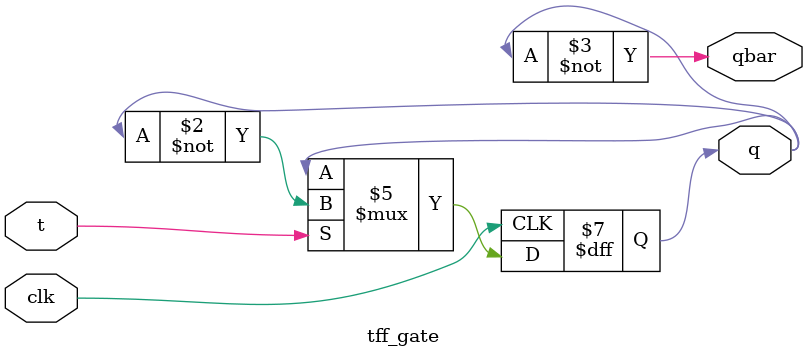
<source format=v>
module tff_gate (
	clk,t,
	q,
	qbar
);
	
	//Entradas do clock (clk) e do toggle (t)
	input
	clk, t;
	
	//Saida com registro (reg) q, explicita que estamos tratando de elemento sequencial
	output reg
	q;
	
	//Saida qbarra
	output
	qbar;

//While (always) que usa a verificacao de borda de pulso referente ao clock (clk)
always @ (posedge clk) begin
	
	//Caso receba um pulso em "t", sera invertido o sinal registrado
	if (t)
		q <= ~q;
	//Caso nao receba, mantem o sinal registrado
	else
		q <= q;
end

//Em um T flip-flop nao existe possibilidade de entrada invalida, portanto qbarra sempre e a negacao de q
not (qbar, q);

endmodule

</source>
